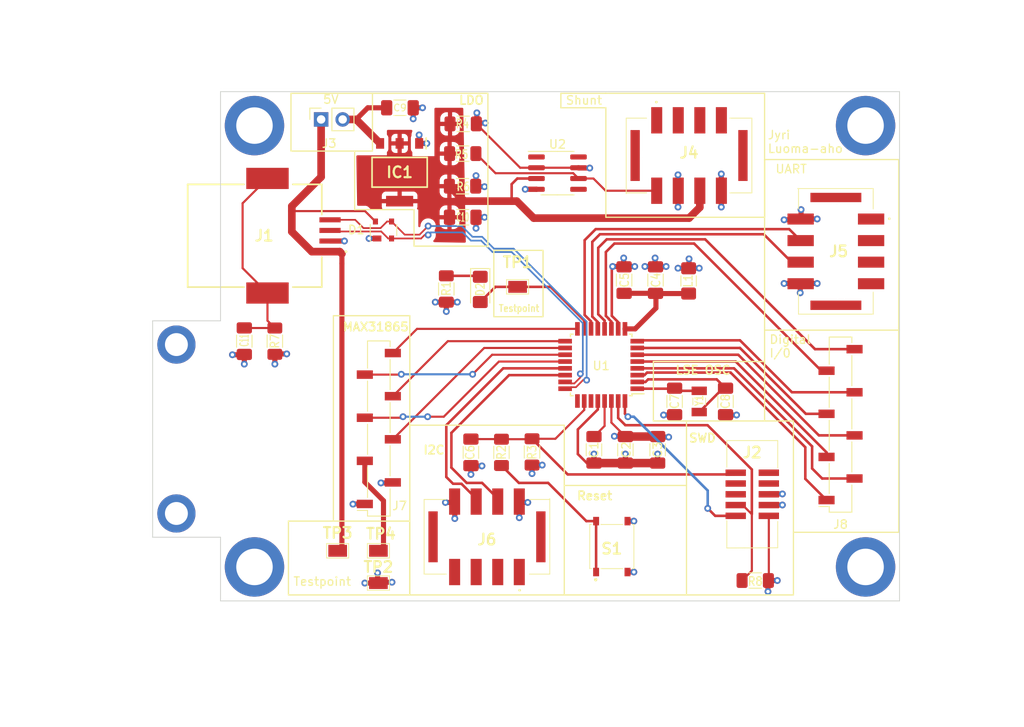
<source format=kicad_pcb>
(kicad_pcb (version 20221018) (generator pcbnew)
  (layers (0 "F.Cu" signal) (1 "In1.Cu" signal) (2 "In2.Cu" signal) (31 "B.Cu" signal) (34 "B.Paste" user) (35 "F.Paste" user) (36 "B.SilkS" user "B.Silkscreen") (37 "F.SilkS" user "F.Silkscreen") (38 "B.Mask" user) (39 "F.Mask" user) (44 "Edge.Cuts" user))
  (net 0 "")
  (net 1 "GND")
  (net 2 "Net-(U1-VDDCORE)")
  (net 3 "+3.3V")
  (net 4 "+3.3VA")
  (net 5 "RESET")
  (net 6 "XIN32")
  (net 7 "XOUT32")
  (net 8 "/LDO/USB_VBUS")
  (net 9 "/LDO/SHUNT+")
  (net 10 "SHIELD")
  (net 11 "USB_D-")
  (net 12 "USB_D+")
  (net 13 "Net-(D2-K)")
  (net 14 "LED")
  (net 15 "VBUS")
  (net 16 "SWDIO")
  (net 17 "SWCLK")
  (net 23 "/LDO/SHUNTOUT")
  (net 31 "UART_RX")
  (net 33 "UART_TX")
  (net 39 "SCL")
  (net 41 "SDA")
  (net 45 "3V3_MAXOUT")
  (net 46 "SCLK")
  (net 47 "SDO")
  (net 48 "SDI")
  (net 49 "nCS")
  (net 50 "DRDY")
  (net 51 "A0D14")
  (net 52 "AREF")
  (net 53 "A3D17")
  (net 54 "A4D18")
  (net 55 "D8")
  (net 56 "D9")
  (net 57 "D4")
  (net 58 "D3")
  (net 59 "Net-(S1-COM_1)")
  (footprint "Package_SO:SOIC-8_3.9x4.9mm_P1.27mm" (layer "F.Cu") (at 139.7 79.6)
    (fp_text reference "U2")
    (fp_text value "MCP6L91RT-ESN" hide)
  )
  (footprint "MountingHole:MountingHole_2.7mm_M2.5_ISO14580_Pad" (layer "F.Cu") (at 94.8 119.7)
    (fp_text reference "H5" hide)
    (fp_text value "M2.6 MountingHole" hide)
  )
  (footprint "Connector_PinSocket_2.54mm:PinSocket_1x08_P2.54mm_Vertical_SMD_Pin1Right" (layer "F.Cu") (at 118.65 109.69 180)
    (fp_text reference "J7")
    (fp_text value "2212SM-08G-75-B1-PCR" hide)
  )
  (footprint "KIRJASTO:S275146R" (layer "F.Cu") (at 118.6 124.1)
    (fp_text reference "TP4")
    (fp_text value "3.3V" hide)
  )
  (footprint "Capacitor_SMD:C_1206_3216Metric_Pad1.33x1.80mm_HandSolder" (layer "F.Cu") (at 102.8 99.4 -90)
    (fp_text reference "C11")
    (fp_text value "4.7nF")
  )
  (footprint "Capacitor_SMD:C_1206_3216Metric_Pad1.33x1.80mm_HandSolder" (layer "F.Cu") (at 159.5 106.5 90)
    (fp_text reference "C8")
    (fp_text value "1uF")
  )
  (footprint "MountingHole:MountingHole_4.3mm_M4_ISO14580_Pad" (layer "F.Cu") (at 104 74)
    (fp_text reference "H1" hide)
    (fp_text value "M4 MountingHole" hide)
  )
  (footprint "KIRJASTO:S275146R" (layer "F.Cu") (at 113.8 124.1 180)
    (fp_text reference "TP3")
    (fp_text value "VBUS" hide)
  )
  (footprint "Capacitor_SMD:C_1206_3216Metric_Pad1.33x1.80mm_HandSolder" (layer "F.Cu") (at 151.25 92.2 -90)
    (fp_text reference "C4")
    (fp_text value "10uF")
  )
  (footprint "Inductor_SMD:L_1206_3216Metric_Pad1.42x1.75mm_HandSolder" (layer "F.Cu") (at 155.15 92.3 -90)
    (fp_text reference "L1")
    (fp_text value "30nH")
  )
  (footprint "KIRJASTO:14010413101000" (layer "F.Cu") (at 131.39 122.45 180)
    (fp_text reference "J6")
    (fp_text value "14010413101000" hide)
  )
  (footprint "MountingHole:MountingHole_2.7mm_M2.5_ISO14580_Pad" (layer "F.Cu") (at 94.8 99.8)
    (fp_text reference "H6" hide)
    (fp_text value "M2.6 MountingHole" hide)
  )
  (footprint "KIRJASTO:S275146R" (layer "F.Cu") (at 118.6 127.9 180)
    (fp_text reference "TP2")
    (fp_text value "GND" hide)
  )
  (footprint "KIRJASTO:14010413101000" (layer "F.Cu") (at 172.5 88.82 -90)
    (fp_text reference "J5")
    (fp_text value "14010413101000" hide)
  )
  (footprint "Package_QFP:TQFP-32_7x7mm_P0.8mm" (layer "F.Cu") (at 144.85 102.2 180)
    (fp_text reference "U1")
    (fp_text value "ATSAMD21E18A-A")
  )
  (footprint "Package_TO_SOT_SMD:SOT-143" (layer "F.Cu") (at 119.2 86.3 90)
    (fp_text reference "D1")
    (fp_text value "PRTR5V0U2X" hide)
  )
  (footprint "KIRJASTO:SOT230P700X180-4N" (layer "F.Cu") (at 121.1 79.5 -90)
    (fp_text reference "IC1")
    (fp_text value "NCV1117ST33T3G" hide)
  )
  (footprint "Connector_PinSocket_2.54mm:PinSocket_1x08_P2.54mm_Vertical_SMD_Pin1Right" (layer "F.Cu") (at 173.05 109.23 180)
    (fp_text reference "J8")
    (fp_text value "2212SM-08G-75-B1-PCR" hide)
  )
  (footprint "Capacitor_SMD:C_1206_3216Metric_Pad1.33x1.80mm_HandSolder" (layer "F.Cu") (at 147.55 92.2 -90)
    (fp_text reference "C5")
    (fp_text value "100nF")
  )
  (footprint "KIRJASTO:PTS526SK15SMTR2LFS" (layer "F.Cu") (at 146.1 123.6 90)
    (fp_text reference "S1")
    (fp_text value "PTS526_SK15_SMTR2_LFS" hide)
  )
  (footprint "KIRJASTO:FC135327680KAA5" (layer "F.Cu") (at 156.4 106.5 -90)
    (fp_text reference "Y1")
    (fp_text value "FC-135_32.7680KA-A5" hide)
  )
  (footprint "KIRJASTO:2002152100010E1LF" (layer "F.Cu") (at 162.65 117.44 90)
    (fp_text reference "J2")
    (fp_text value "2002152100010E1LF" hide)
  )
  (footprint "Capacitor_SMD:C_1206_3216Metric_Pad1.33x1.80mm_HandSolder" (layer "F.Cu") (at 129.5 112.5 -90)
    (fp_text reference "C6")
    (fp_text value "1uF")
  )
  (footprint "KIRJASTO:S275146R" (layer "F.Cu") (at 135 93)
    (fp_text reference "TP1")
    (fp_text value "LED" hide)
  )
  (footprint "KIRJASTO:14010413101000" (layer "F.Cu") (at 155.2 77.525)
    (fp_text reference "J4")
    (fp_text value "14010413101000" hide)
  )
  (footprint "Resistor_SMD:R_1206_3216Metric_Pad1.30x1.75mm_HandSolder" (layer "F.Cu") (at 163 127.6 180)
    (fp_text reference "R8")
    (fp_text value "1k")
  )
  (footprint "Resistor_SMD:R_1206_3216Metric_Pad1.30x1.75mm_HandSolder" (layer "F.Cu") (at 126.6 93.25 90)
    (fp_text reference "R1")
    (fp_text value "820")
  )
  (footprint "Capacitor_SMD:C_1206_3216Metric_Pad1.33x1.80mm_HandSolder" (layer "F.Cu") (at 121.1375 71.9)
    (fp_text reference "C9" hide)
    (fp_text value "10uF")
  )
  (footprint "Capacitor_SMD:C_1206_3216Metric_Pad1.33x1.80mm_HandSolder" (layer "F.Cu") (at 147.7 112.2 90)
    (fp_text reference "C2")
    (fp_text value "10uF")
  )
  (footprint "Resistor_SMD:R_1206_3216Metric_Pad1.30x1.75mm_HandSolder" (layer "F.Cu") (at 106.4 99.4 -90)
    (fp_text reference "R7")
    (fp_text value "1M")
  )
  (footprint "Connector_PinSocket_2.54mm:PinSocket_1x02_P2.54mm_Vertical" (layer "F.Cu") (at 111.85 73.275 90)
    (fp_text reference "J3")
    (fp_text value "SW_UIN" hide)
  )
  (footprint "Resistor_SMD:R_1206_3216Metric_Pad1.30x1.75mm_HandSolder" (layer "F.Cu") (at 136.7 112.45 -90)
    (fp_text reference "R3")
    (fp_text value "2.2k")
  )
  (footprint "KIRJASTO:KUSBXSMTBS1NB30" (layer "F.Cu") (at 104.98 86.975 90)
    (fp_text reference "J1")
    (fp_text value "USB_B" hide)
  )
  (footprint "LED_SMD:LED_1206_3216Metric_Pad1.42x1.75mm_HandSolder" (layer "F.Cu") (at 130.6 93.3 -90)
    (fp_text reference "D2")
    (fp_text value "LED")
  )
  (footprint "MountingHole:MountingHole_4.3mm_M4_ISO14580_Pad" (layer "F.Cu") (at 176 74)
    (fp_text reference "H2" hide)
    (fp_text value "M4 MountingHole" hide)
  )
  (footprint "Resistor_SMD:R_1206_3216Metric_Pad1.30x1.75mm_HandSolder" (layer "F.Cu") (at 128.5125 81.14 180)
    (fp_text reference "R6")
    (fp_text value "1k")
  )
  (footprint "Capacitor_SMD:C_1206_3216Metric_Pad1.33x1.80mm_HandSolder" (layer "F.Cu") (at 144 112.2 90)
    (fp_text reference "C1")
    (fp_text value "1uF")
  )
  (footprint "Capacitor_SMD:C_1206_3216Metric_Pad1.33x1.80mm_HandSolder" (layer "F.Cu") (at 128.5375 84.8)
    (fp_text reference "C10")
    (fp_text value "10uF")
  )
  (footprint "MountingHole:MountingHole_4.3mm_M4_ISO14580_Pad" (layer "F.Cu") (at 104 126)
    (fp_text reference "H3" hide)
    (fp_text value "M4 MountingHole" hide)
  )
  (footprint "Resistor_SMD:R_1206_3216Metric_Pad1.30x1.75mm_HandSolder" (layer "F.Cu") (at 128.5375 77.3)
    (fp_text reference "R5")
    (fp_text value "100k")
  )
  (footprint "Capacitor_SMD:C_1206_3216Metric_Pad1.33x1.80mm_HandSolder" (layer "F.Cu") (at 151.5 112.2 90)
    (fp_text reference "C3")
    (fp_text value "100nF")
  )
  (footprint "Resistor_SMD:R_1206_3216Metric_Pad1.30x1.75mm_HandSolder" (layer "F.Cu") (at 133.1 112.5 -90)
    (fp_text reference "R2")
    (fp_text value "330")
  )
  (footprint "MountingHole:MountingHole_4.3mm_M4_ISO14580_Pad" (layer "F.Cu") (at 176 126)
    (fp_text reference "H4" hide)
    (fp_text value "M4 MountingHole" hide)
  )
  (footprint "Resistor_SMD:R_1206_3216Metric_Pad1.30x1.75mm_HandSolder" (layer "F.Cu") (at 128.5875 73.8)
    (fp_text reference "R4")
    (fp_text value "100m")
  )
  (footprint "Capacitor_SMD:C_1206_3216Metric_Pad1.33x1.80mm_HandSolder" (layer "F.Cu") (at 153.5 106.5 90)
    (fp_text reference "C7")
    (fp_text value "1uF")
  )
  (gr_line (start 122.3 109.3) (end 122.3 96.4) (stroke (width 0.15)) (layer "F.SilkS"))
  (gr_rect (start 108 120.6) (end 122.3 129.3) (stroke (width 0.15)) (fill none) (layer "F.SilkS"))
  (gr_line (start 164.1 70.2) (end 145.35 70.2) (stroke (width 0.15)) (layer "F.SilkS"))
  (gr_rect (start 164.1 78) (end 179.9 98.1) (stroke (width 0.15)) (fill none) (layer "F.SilkS"))
  (gr_line (start 122.8 83.9) (end 115.8 83.9) (stroke (width 0.15)) (layer "F.SilkS"))
  (gr_line (start 145.4 70.2) (end 140.1 70.2) (stroke (width 0.15)) (layer "F.SilkS"))
  (gr_line (start 140.5 116.4) (end 154.9 116.4) (stroke (width 0.15)) (layer "F.SilkS"))
  (gr_rect (start 108.3 70.2) (end 117.9 77) (stroke (width 0.15)) (fill none) (layer "F.SilkS"))
  (gr_line (start 117.9 70.2) (end 131.5 70.2) (stroke (width 0.15)) (layer "F.SilkS"))
  (gr_line (start 131.5 70.2) (end 131.5 88.3) (stroke (width 0.15)) (layer "F.SilkS"))
  (gr_line (start 164.1 70.2) (end 164.1 78) (stroke (width 0.15)) (layer "F.SilkS"))
  (gr_line (start 145.4 71.9) (end 145.4 84.8) (stroke (width 0.15)) (layer "F.SilkS"))
  (gr_rect (start 154.9 108.8) (end 167.5 129.3) (stroke (width 0.15)) (fill none) (layer "F.SilkS"))
  (gr_line (start 131.5 88.2) (end 122.8 88.2) (stroke (width 0.15)) (layer "F.SilkS"))
  (gr_line (start 164.1 98.1) (end 164.1 108.7) (stroke (width 0.15)) (layer "F.SilkS"))
  (gr_line (start 151 108.8) (end 151 101.8) (stroke (width 0.15)) (layer "F.SilkS"))
  (gr_line (start 179.9 121.92) (end 167.5 121.92) (stroke (width 0.15)) (layer "F.SilkS"))
  (gr_line (start 151 101.8) (end 164.1 101.8) (stroke (width 0.15)) (layer "F.SilkS"))
  (gr_line (start 115.8 83.9) (end 115.8 77) (stroke (width 0.15)) (layer "F.SilkS"))
  (gr_rect (start 132.2 88.7) (end 138 96.52) (stroke (width 0.15)) (fill none) (layer "F.SilkS"))
  (gr_line (start 179.9 98.1) (end 179.9 121.92) (stroke (width 0.15)) (layer "F.SilkS"))
  (gr_line (start 140.1 70.2) (end 140.1 71.9) (stroke (width 0.15)) (layer "F.SilkS"))
  (gr_line (start 122.8 88.2) (end 122.8 83.9) (stroke (width 0.15)) (layer "F.SilkS"))
  (gr_line (start 154.9 108.8) (end 151 108.8) (stroke (width 0.15)) (layer "F.SilkS"))
  (gr_line (start 145.4 84.8) (end 164.1 84.8) (stroke (width 0.15)) (layer "F.SilkS"))
  (gr_line (start 154.9 129.3) (end 140.5 129.3) (stroke (width 0.15)) (layer "F.SilkS"))
  (gr_line (start 164.1 84.8) (end 164.1 78) (stroke (width 0.15)) (layer "F.SilkS"))
  (gr_rect (start 122.3 109.3) (end 140.5 129.3) (stroke (width 0.15)) (fill none) (layer "F.SilkS"))
  (gr_line (start 122.3 96.4) (end 113.3 96.4) (stroke (width 0.15)) (layer "F.SilkS"))
  (gr_line (start 113.3 96.4) (end 113.3 120.5) (stroke (width 0.15)) (layer "F.SilkS"))
  (gr_line (start 140.1 71.9) (end 145.4 71.9) (stroke (width 0.15)) (layer "F.SilkS"))
  (gr_line (start 100 70) (end 180 70) (stroke (width 0.1)) (layer "Edge.Cuts"))
  (gr_line (start 100 97) (end 92 97) (stroke (width 0.1)) (layer "Edge.Cuts"))
  (gr_line (start 92 122.5) (end 100 122.5) (stroke (width 0.1)) (layer "Edge.Cuts"))
  (gr_line (start 180 130) (end 100 130) (stroke (width 0.1)) (layer "Edge.Cuts"))
  (gr_line (start 180 70) (end 180 130) (stroke (width 0.1)) (layer "Edge.Cuts"))
  (gr_line (start 92 97) (end 92 122.5) (stroke (width 0.1)) (layer "Edge.Cuts"))
  (gr_line (start 100 70) (end 100 97) (stroke (width 0.1)) (layer "Edge.Cuts"))
  (gr_line (start 100 122.5) (end 100 130) (stroke (width 0.1)) (layer "Edge.Cuts"))
  (gr_text "LSE OSC" (at 153.5 103.4) (layer "F.SilkS") (effects (font (size 1 1) (thickness 0.2) bold) (justify left bottom)))
  (gr_text "Testpoint" (at 132.7 96) (layer "F.SilkS") (effects (font (size 0.8 0.7)) (justify left bottom)))
  (gr_text "Testpoint" (at 108.5 128.3) (layer "F.SilkS") (effects (font (size 1 1)) (justify left bottom)))
  (gr_text "Reset" (at 141.9 118.2) (layer "F.SilkS") (effects (font (size 1 1) (thickness 0.2) bold) (justify left bottom)))
  (gr_text "Jyri\nLuoma-aho" (at 164.4 77.3) (layer "F.SilkS") (effects (font (size 1 1)) (justify left bottom)))
  (gr_text "I2C" (at 123.8 112.8) (layer "F.SilkS") (effects (font (size 1 1) (thickness 0.2) bold) (justify left bottom)))
  (gr_text "UART" (at 165.3 79.7) (layer "F.SilkS") (effects (font (size 1 1)) (justify left bottom)))
  (gr_text "SWD" (at 155.1 111.4) (layer "F.SilkS") (effects (font (size 1 1) (thickness 0.2) bold) (justify left bottom)))
  (gr_text "MAX31865" (at 114.3 98.3) (layer "F.SilkS") (effects (font (size 1 1) (thickness 0.2) bold) (justify left bottom)))
  (gr_text "LDO" (at 128 71.6) (layer "F.SilkS") (effects (font (size 1 1) (thickness 0.2) bold) (justify left bottom)))
  (gr_text "Digital\nI/0" (at 164.6 101.4) (layer "F.SilkS") (effects (font (size 1 1)) (justify left bottom)))
  (gr_text "5V" (at 112 71.5) (layer "F.SilkS") (effects (font (size 1 1)) (justify left bottom)))
  (gr_text "Shunt" (at 140.6 71.6) (layer "F.SilkS") (effects (font (size 1 1)) (justify left bottom)))
  (segment (start 152.2 108.1) (end 153.4625 108.1) (width 0.6) (layer "F.Cu") (net 1))
  (segment (start 148.7 126.6) (end 147.95 126.6) (width 0.6) (layer "F.Cu") (net 1))
  (segment (start 131.1 81.2) (end 130.1225 81.2) (width 0.6) (layer "F.Cu") (net 1))
  (segment (start 127.48 118.4) (end 127.58 118.3) (width 0.6) (layer "F.Cu") (net 1))
  (segment (start 124.3 76.1) (end 123.4 76.1) (width 0.6) (layer "F.Cu") (net 1))
  (segment (start 164.61 118.7) (end 164.6 118.71) (width 0.6) (layer "F.Cu") (net 1))
  (segment (start 148.7 120.6) (end 147.95 120.6) (width 0.6) (layer "F.Cu") (net 1))
  (segment (start 166.2 117.4) (end 164.64 117.4) (width 0.6) (layer "F.Cu") (net 1))
  (segment (start 147.5875 90.6) (end 147.55 90.6375) (width 0.6) (layer "F.Cu") (net 1))
  (segment (start 142.1 109.8) (end 142.1 112.7) (width 0.3) (layer "F.Cu") (net 1))
  (segment (start 151.2 90.5875) (end 151.25 90.6375) (width 0.6) (layer "F.Cu") (net 1))
  (segment (start 151.2 89.6) (end 151.2 90.5875) (width 0.6) (layer "F.Cu") (net 1))
  (segment (start 160.8 108.1) (end 159.5375 108.1) (width 0.6) (layer "F.Cu") (net 1))
  (segment (start 144 113.7625) (end 147.7 113.7625) (width 1) (layer "F.Cu") (net 1))
  (segment (start 159 81.665) (end 159.01 81.675) (width 0.6) (layer "F.Cu") (net 1))
  (segment (start 114.6 87.6) (end 112.9 87.6) (width 0.6) (layer "F.Cu") (net 1))
  (segment (start 106.4 102.1) (end 106.4 100.95) (width 0.6) (layer "F.Cu") (net 1))
  (segment (start 146.2 90.6) (end 147.5125 90.6) (width 0.6) (layer "F.Cu") (net 1))
  (segment (start 102.8 100.9625) (end 102.8 102.1) (width 0.6) (layer "F.Cu") (net 1))
  (segment (start 159 83.6) (end 159 81.685) (width 0.6) (layer "F.Cu") (net 1))
  (segment (start 102.7625 101) (end 102.8 100.9625) (width 0.6) (layer "F.Cu") (net 1))
  (segment (start 118.7 127.8) (end 118.6 127.9) (width 0.6) (layer "F.Cu") (net 1))
  (segment (start 131.1 84.8) (end 130.1 84.8) (width 0.6) (layer "F.Cu") (net 1))
  (segment (start 130.1 86.1) (end 130.1 84.8) (width 0.6) (layer "F.Cu") (net 1))
  (segment (start 151.5 113.7625) (end 147.7 113.7625) (width 1) (layer "F.Cu") (net 1))
  (segment (start 130.1225 81.2) (end 130.0625 81.14) (width 0.6) (layer "F.Cu") (net 1))
  (segment (start 151.2125 90.6) (end 151.25 90.6375) (width 0.6) (layer "F.Cu") (net 1))
  (segment (start 151.5 112.7) (end 151.5 113.7625) (width 0.6) (layer "F.Cu") (net 1))
  (segment (start 127.6 120.3) (end 127.6 118.32) (width 0.6) (layer "F.Cu") (net 1))
  (segment (start 164.64 117.4) (end 164.6 117.44) (width 0.6) (layer "F.Cu") (net 1))
  (segment (start 118.9 116.1) (end 120.24 116.1) (width 0.6) (layer "F.Cu") (net 1))
  (segment (start 130.1 81.1025) (end 130.0625 81.14) (width 0.6) (layer "F.Cu") (net 1))
  (segment (start 148.8 90.6) (end 147.5875 90.6) (width 0.6) (layer "F.Cu") (net 1))
  (segment (start 147.5125 90.6) (end 147.55 90.6375) (width 0.6) (layer "F.Cu") (net 1))
  (segment (start 143.1625 113.7625) (end 144 113.7625) (width 0.3) (layer "F.Cu") (net 1))
  (segment (start 168.3 93.7) (end 168.3 92.68) (width 0.6) (layer "F.Cu") (net 1))
  (segment (start 159 79.7) (end 159 81.665) (width 0.6) (layer "F.Cu") (net 1))
  (segment (start 147.5 90.5875) (end 147.55 90.6375) (width 0.6) (layer "F.Cu") (net 1))
  (segment (start 142.1 112.7) (end 143.1625 113.7625) (width 0.3) (layer "F.Cu") (net 1))
  (segment (start 101.4 101) (end 102.7625 101) (width 0.6) (layer "F.Cu") (net 1))
  (segment (start 146.1 96.410787) (end 146.1 90.7) (width 0.3) (layer "F.Cu") (net 1))
  (segment (start 146.85 97.160787) (end 146.1 96.410787) (width 0.3) (layer "F.Cu") (net 1))
  (segment (start 146.1 90.7) (end 146.2 90.6) (width 0.3) (layer "F.Cu") (net 1))
  (segment (start 118.5 127.8) (end 118.6 127.9) (width 0.6) (layer "F.Cu") (net 1))
  (segment (start 120.2 127.8) (end 118.7 127.8) (width 0.6) (layer "F.Cu") (net 1))
  (segment (start 168.3 92.68) (end 168.35 92.63) (width 0.6) (layer "F.Cu") (net 1))
  (segment (start 166.4 92.6) (end 168.32 92.6) (width 0.6) (layer "F.Cu") (net 1))
  (segment (start 125.3 94.8) (end 126.6 94.8) (width 0.6) (layer "F.Cu") (net 1))
  (segment (start 123.4 75.1) (end 123.4 76.1) (width 0.6) (layer "F.Cu") (net 1))
  (segment (start 123.8 71.9) (end 122.7 71.9) (width 0.6) (layer "F.Cu") (net 1))
  (segment (start 107.8 100.9) (end 106.45 100.9) (width 0.6) (layer "F.Cu") (net 1))
  (segment (start 153.4625 108.1) (end 153.5 108.0625) (width 0.6) (layer "F.Cu") (net 1))
  (segment (start 151.25 90.6375) (end 152.4625 90.6375) (width 0.6) (layer "F.Cu") (net 1))
  (segment (start 168.32 92.6) (end 168.35 92.63) (width 0.6) (layer "F.Cu") (net 1))
  (segment (start 127.6 118.32) (end 127.58 118.3) (width 0.6) (layer "F.Cu") (net 1))
  (segment (start 159.5375 108.1) (end 159.5 108.0625) (width 0.6) (layer "F.Cu") (net 1))
  (segment (start 137.22 81.5) (end 137.225 81.505) (width 0.6) (layer "F.Cu") (net 1))
  (segment (start 166.2 118.7) (end 164.61 118.7) (width 0.6) (layer "F.Cu") (net 1))
  (segment (start 146.85 97.95) (end 146.85 97.160787) (width 0.3) (layer "F.Cu") (net 1))
  (segment (start 147.7 112.7) (end 147.7 113.7625) (width 0.6) (layer "F.Cu") (net 1))
  (segment (start 117 127.9) (end 118.6 127.9) (width 0.6) (layer "F.Cu") (net 1))
  (segment (start 147.5 89.6) (end 147.5 90.5875) (width 0.6) (layer "F.Cu") (net 1))
  (segment (start 159 81.685) (end 159.01 81.675) (width 0.6) (layer "F.Cu") (net 1))
  (segment (start 120.24 116.1) (end 120.3 116.04) (width 0.6) (layer "F.Cu") (net 1))
  (segment (start 152.4625 90.6375) (end 152.5 90.6) (width 0.6) (layer "F.Cu") (net 1))
  (segment (start 126.5 118.4) (end 127.48 118.4) (width 0.6) (layer "F.Cu") (net 1))
  (segment (start 170.3 92.6) (end 168.38 92.6) (width 0.6) (layer "F.Cu") (net 1))
  (segment (start 126.6 95.9) (end 126.6 94.8) (width 0.6) (layer "F.Cu") (net 1))
  (segment (start 130.1 79.9) (end 130.1 81.1025) (width 0.6) (layer "F.Cu") (net 1))
  (segment (start 150 90.6) (end 151.2125 90.6) (width 0.6) (layer "F.Cu") (net 1))
  (segment (start 122.7 73.2) (end 122.7 71.9) (width 0.6) (layer "F.Cu") (net 1))
  (segment (start 106.45 100.9) (end 106.4 100.95) (width 0.6) (layer "F.Cu") (net 1))
  (segment (start 144 112.7) (end 144 113.7625) (width 0.6) (layer "F.Cu") (net 1))
  (segment (start 118.5 126.7) (end 118.5 127.8) (width 0.6) (layer "F.Cu") (net 1))
  (segment (start 127.9 94.8) (end 126.6 94.8) (width 0.6) (layer "F.Cu") (net 1))
  (segment (start 117.5 87.3) (end 118.45 87.3) (width 0.6) (layer "F.Cu") (net 1))
  (segment (start 144.45 106.45) (end 144.45 107.45) (width 0.3) (layer "F.Cu") (net 1))
  (segment (start 144.45 107.45) (end 142.1 109.8) (width 0.3) (layer "F.Cu") (net 1))
  (segment (start 135.9 81.5) (end 137.22 81.5) (width 0.6) (layer "F.Cu") (net 1))
  (segment (start 168.38 92.6) (end 168.35 92.63) (width 0.6) (layer "F.Cu") (net 1))
  (via (at 102.8 102.1) (size 0.8) (drill 0.4) (layers "F.Cu" "B.Cu") (net 1))
  (via (at 166.2 117.4) (size 0.8) (drill 0.4) (layers "F.Cu" "B.Cu") (net 1))
  (via (at 147.7 112.7) (size 0.8) (drill 0.4) (layers "F.Cu" "B.Cu") (net 1))
  (via (at 106.4 102.1) (size 0.8) (drill 0.4) (layers "F.Cu" "B.Cu") (net 1))
  (via (at 152.5 90.6) (size 0.8) (drill 0.4) (layers "F.Cu" "B.Cu") (net 1))
  (via (at 126.5 118.4) (size 0.8) (drill 0.4) (layers "F.Cu" "B.Cu") (net 1))
  (via (at 117.5 87.3) (size 0.8) (drill 0.4) (layers "F.Cu" "B.Cu") (net 1))
  (via (at 148.8 90.6) (size 0.8) (drill 0.4) (layers "F.Cu" "B.Cu") (net 1))
  (via (at 147.5 89.6) (size 0.8) (drill 0.4) (layers "F.Cu" "B.Cu") (net 1))
  (via (at 127.9 94.8) (size 0.8) (drill 0.4) (layers "F.Cu" "B.Cu") (net 1))
  (via (at 148.7 120.6) (size 0.8) (drill 0.4) (layers "F.Cu" "B.Cu") (net 1))
  (via (at 126.6 95.9) (size 0.8) (drill 0.4) (layers "F.Cu" "B.Cu") (net 1))
  (via (at 151.2 89.6) (size 0.8) (drill 0.4) (layers "F.Cu" "B.Cu") (net 1))
  (via (at 101.4 101) (size 0.8) (drill 0.4) (layers "F.Cu" "B.Cu") (net 1))
  (via (at 135.9 81.5) (size 0.8) (drill 0.4) (layers "F.Cu" "B.Cu") (net 1))
  (via (at 151.5 112.7) (size 0.8) (drill 0.4) (layers "F.Cu" "B.Cu") (net 1))
  (via (at 118.5 126.7) (size 0.8) (drill 0.4) (layers "F.Cu" "B.Cu") (net 1))
  (via (at 144 112.7) (size 0.8) (drill 0.4) (layers "F.Cu" "B.Cu") (net 1))
  (via (at 131.1 81.2) (size 0.8) (drill 0.4) (layers "F.Cu" "B.Cu") (net 1))
  (via (at 107.8 100.9) (size 0.8) (drill 0.4) (layers "F.Cu" "B.Cu") (net 1))
  (via (at 159 79.7) (size 0.8) (drill 0.4) (layers "F.Cu" "B.Cu") (net 1))
  (via (at 118.9 116.1) (size 0.8) (drill 0.4) (layers "F.Cu" "B.Cu") (net 1))
  (via (at 130.1 86.1) (size 0.8) (drill 0.4) (layers "F.Cu" "B.Cu") (net 1))
  (via (at 127.6 120.3) (size 0.8) (drill 0.4) (layers "F.Cu" "B.Cu") (net 1))
  (via (at 120.2 127.8) (size 0.8) (drill 0.4) (layers "F.Cu" "B.Cu") (net 1))
  (via (at 148.7 126.6) (size 0.8) (drill 0.4) (layers "F.Cu" "B.Cu") (net 1))
  (via (at 124.3 76.1) (size 0.8) (drill 0.4) (layers "F.Cu" "B.Cu") (net 1))
  (via (at 125.3 94.8) (size 0.8) (drill 0.4) (layers "F.Cu" "B.Cu") (net 1))
  (via (at 159 83.6) (size 0.8) (drill 0.4) (layers "F.Cu" "B.Cu") (net 1))
  (via (at 130.1 79.9) (size 0.8) (drill 0.4) (layers "F.Cu" "B.Cu") (net 1))
  (via (at 117 127.9) (size 0.8) (drill 0.4) (layers "F.Cu" "B.Cu") (net 1))
  (via (at 114.6 87.6) (size 0.8) (drill 0.4) (layers "F.Cu" "B.Cu") (net 1))
  (via (at 150 90.6) (size 0.8) (drill 0.4) (layers "F.Cu" "B.Cu") (net 1))
  (via (at 146.2 90.6) (size 0.8) (drill 0.4) (layers "F.Cu" "B.Cu") (net 1))
  (via (at 123.8 71.9) (size 0.8) (drill 0.4) (layers "F.Cu" "B.Cu") (net 1))
  (via (at 160.8 108.1) (size 0.8) (drill 0.4) (layers "F.Cu" "B.Cu") (net 1))
  (via (at 122.7 73.2) (size 0.8) (drill 0.4) (layers "F.Cu" "B.Cu") (net 1))
  (via (at 152.2 108.1) (size 0.8) (drill 0.4) (layers "F.Cu" "B.Cu") (net 1))
  (via (at 123.4 75.1) (size 0.8) (drill 0.4) (layers "F.Cu" "B.Cu") (net 1))
  (via (at 131.1 84.8) (size 0.8) (drill 0.4) (layers "F.Cu" "B.Cu") (net 1))
  (via (at 170.3 92.6) (size 0.8) (drill 0.4) (layers "F.Cu" "B.Cu") (net 1))
  (via (at 166.2 118.7) (size 0.8) (drill 0.4) (layers "F.Cu" "B.Cu") (net 1))
  (via (at 168.3 93.7) (size 0.8) (drill 0.4) (layers "F.Cu" "B.Cu") (net 1))
  (via (at 166.4 92.6) (size 0.8) (drill 0.4) (layers "F.Cu" "B.Cu") (net 1))
  (segment (start 145.25 106.45) (end 145.25 109.3875) (width 0.25) (layer "F.Cu") (net 2))
  (segment (start 145.25 109.3875) (end 144 110.6375) (width 0.25) (layer "F.Cu") (net 2))
  (segment (start 164.55 127.6) (end 164.6 127.55) (width 0.25) (layer "F.Cu") (net 3))
  (segment (start 143.5 79) (end 142.21 79) (width 0.6) (layer "F.Cu") (net 3))
  (segment (start 152.8 110.7) (end 151.5625 110.7) (width 0.6) (layer "F.Cu") (net 3))
  (segment (start 130.2 73.7375) (end 130.1375 73.8) (width 0.6) (layer "F.Cu") (net 3))
  (segment (start 166.4 85.1) (end 168.26 85.1) (width 0.6) (layer "F.Cu") (net 3))
  (segment (start 164.5 128.9) (end 164.5 127.65) (width 0.6) (layer "F.Cu") (net 3))
  (segment (start 136.7 115) (end 136.7 114) (width 0.6) (layer "F.Cu") (net 3))
  (segment (start 170.3 85) (end 168.36 85) (width 0.6) (layer "F.Cu") (net 3))
  (segment (start 129.5375 114.1) (end 129.5 114.0625) (width 0.6) (layer "F.Cu") (net 3))
  (segment (start 168.26 85.1) (end 168.35 85.01) (width 0.6) (layer "F.Cu") (net 3))
  (segment (start 151.5625 110.7) (end 151.5 110.6375) (width 0.6) (layer "F.Cu") (net 3))
  (segment (start 131.2 73.7) (end 130.2375 73.7) (width 0.6) (layer "F.Cu") (net 3))
  (segment (start 129.5 114.0625) (end 129.5 115.1) (width 0.6) (layer "F.Cu") (net 3))
  (segment (start 146.4 110.6) (end 147.6625 110.6) (width 0.6) (layer "F.Cu") (net 3))
  (segment (start 156.4 90.8) (end 155.1625 90.8) (width 0.6) (layer "F.Cu") (net 3))
  (segment (start 135.2 120.2) (end 135.2 118.3) (width 0.6) (layer "F.Cu") (net 3))
  (segment (start 165.6 127.6) (end 164.55 127.6) (width 0.6) (layer "F.Cu") (net 3))
  (segment (start 168.4 83.9) (end 168.4 84.96) (width 0.6) (layer "F.Cu") (net 3))
  (segment (start 153.9 81.705) (end 153.93 81.675) (width 0.6) (layer "F.Cu") (net 3))
  (segment (start 168.4 84.96) (end 168.35 85.01) (width 0.6) (layer "F.Cu") (net 3))
  (segment (start 137.225 78.965) (end 142.175 78.965) (width 0.25) (layer "F.Cu") (net 3))
  (segment (start 155.1625 90.8) (end 155.15 90.8125) (width 0.6) (layer "F.Cu") (net 3))
  (segment (start 147.7 110.6375) (end 146.05 108.9875) (width 0.25) (layer "F.Cu") (net 3))
  (segment (start 146.05 108.9875) (end 146.05 106.45) (width 0.25) (layer "F.Cu") (net 3))
  (segment (start 153.9 90.8) (end 155.1375 90.8) (width 0.6) (layer "F.Cu") (net 3))
  (segment (start 135.3025 78.965) (end 137.225 78.965) (width 0.25) (layer "F.Cu") (net 3))
  (segment (start 130.1375 73.8) (end 135.3025 78.965) (width 0.25) (layer "F.Cu") (net 3))
  (segment (start 130.2 72.5) (end 130.2 73.7375) (width 0.6) (layer "F.Cu") (net 3))
  (segment (start 130.2375 73.7) (end 130.1375 73.8) (width 0.6) (layer "F.Cu") (net 3))
  (segment (start 130.8 114.1) (end 129.5375 114.1) (width 0.6) (layer "F.Cu") (net 3))
  (segment (start 147.6625 110.6) (end 147.7 110.6375) (width 0.6) (layer "F.Cu") (net 3))
  (segment (start 155.2 89.7) (end 155.2 90.7625) (width 0.6) (layer "F.Cu") (net 3))
  (segment (start 135.3 118.4) (end 135.2 118.3) (width 0.6) (layer "F.Cu") (net 3))
  (segment (start 155.1375 90.8) (end 155.15 90.8125) (width 0.6) (layer "F.Cu") (net 3))
  (segment (start 155.2 90.7625) (end 155.15 90.8125) (width 0.6) (layer "F.Cu") (net 3))
  (segment (start 168.36 85) (end 168.35 85.01) (width 0.6) (layer "F.Cu") (net 3))
  (segment (start 153.9 83.6) (end 153.9 81.705) (width 0.6) (layer "F.Cu") (net 3))
  (segment (start 164.5 127.65) (end 164.55 127.6) (width 0.6) (layer "F.Cu") (net 3))
  (segment (start 151.5 110.6375) (end 147.7 110.6375) (width 1) (layer "F.Cu") (net 3))
  (segment (start 115.62 118.58) (end 115.6 118.6) (width 0.6) (layer "F.Cu") (net 3))
  (segment (start 117 118.58) (end 115.62 118.58) (width 0.6) (layer "F.Cu") (net 3))
  (segment (start 142.21 79) (end 142.175 78.965) (width 0.6) (layer "F.Cu") (net 3))
  (segment (start 164.6 127.55) (end 164.6 119.98) (width 0.25) (layer "F.Cu") (net 3))
  (segment (start 136.7 114) (end 137.9 114) (width 0.6) (layer "F.Cu") (net 3))
  (segment (start 136.2 118.4) (end 135.3 118.4) (width 0.6) (layer "F.Cu") (net 3))
  (via (at 143.5 79) (size 0.8) (drill 0.4) (layers "F.Cu" "B.Cu") (net 3))
  (via (at 131.2 73.7) (size 0.8) (drill 0.4) (layers "F.Cu" "B.Cu") (net 3))
  (via (at 136.2 118.4) (size 0.8) (drill 0.4) (layers "F.Cu" "B.Cu") (net 3))
  (via (at 152.8 110.7) (size 0.8) (drill 0.4) (layers "F.Cu" "B.Cu") (net 3))
  (via (at 146.4 110.6) (size 0.8) (drill 0.4) (layers "F.Cu" "B.Cu") (net 3))
  (via (at 129.5 115.1) (size 0.8) (drill 0.4) (layers "F.Cu" "B.Cu") (net 3))
  (via (at 130.8 114.1) (size 0.8) (drill 0.4) (layers "F.Cu" "B.Cu") (net 3))
  (via (at 155.2 89.7) (size 0.8) (drill 0.4) (layers "F.Cu" "B.Cu") (net 3))
  (via (at 153.9 90.8) (size 0.8) (drill 0.4) (layers "F.Cu" "B.Cu") (net 3))
  (via (at 166.4 85.1) (size 0.8) (drill 0.4) (layers "F.Cu" "B.Cu") (net 3))
  (via (at 168.4 83.9) (size 0.8) (drill 0.4) (layers "F.Cu" "B.Cu") (net 3))
  (via (at 164.5 128.9) (size 0.8) (drill 0.4) (layers "F.Cu" "B.Cu") (net 3))
  (via (at 130.2 72.5) (size 0.8) (drill 0.4) (layers "F.Cu" "B.Cu") (net 3))
  (via (at 137.9 114) (size 0.8) (drill 0.4) (layers "F.Cu" "B.Cu") (net 3))
  (via (at 156.4 90.8) (size 0.8) (drill 0.4) (layers "F.Cu" "B.Cu") (net 3))
  (via (at 153.9 83.6) (size 0.8) (drill 0.4) (layers "F.Cu" "B.Cu") (net 3))
  (via (at 165.6 127.6) (size 0.8) (drill 0.4) (layers "F.Cu" "B.Cu") (net 3))
  (via (at 115.6 118.6) (size 0.8) (drill 0.4) (layers "F.Cu" "B.Cu") (net 3))
  (via (at 170.3 85) (size 0.8) (drill 0.4) (layers "F.Cu" "B.Cu") (net 3))
  (via (at 136.7 115) (size 0.8) (drill 0.4) (layers "F.Cu" "B.Cu") (net 3))
  (via (at 153.9 79.8) (size 0.8) (drill 0.4) (layers "F.Cu" "B.Cu") (net 3))
  (via (at 135.2 120.2) (size 0.8) (drill 0.4) (layers "F.Cu" "B.Cu") (net 3))
  (segment (start 151.25 93.7625) (end 147.55 93.7625) (width 0.6) (layer "F.Cu") (net 4))
  (segment (start 151.3 95.5) (end 151.3 93.8125) (width 0.6) (layer "F.Cu") (net 4))
  (segment (start 151.275 93.7875) (end 151.25 93.7625) (width 0.6) (layer "F.Cu") (net 4))
  (segment (start 155.15 93.7875) (end 151.275 93.7875) (width 0.6) (layer "F.Cu") (net 4))
  (segment (start 147.65 97.95) (end 148.85 97.95) (width 0.6) (layer "F.Cu") (net 4))
  (segment (start 148.85 97.95) (end 151.3 95.5) (width 0.6) (layer "F.Cu") (net 4))
  (segment (start 151.3 93.8125) (end 151.25 93.7625) (width 0.6) (layer "F.Cu") (net 4))
  (segment (start 160.5 115.1) (end 140.9 115.1) (width 0.3) (layer "F.Cu") (net 5))
  (segment (start 142.85 106.45) (end 142.85 107.5) (width 0.25) (layer "F.Cu") (net 5))
  (segment (start 160.7 114.9) (end 160.5 115.1) (width 0.3) (layer "F.Cu") (net 5))
  (segment (start 142.85 107.5) (end 139.45 110.9) (width 0.25) (layer "F.Cu") (net 5))
  (segment (start 129.5 110.9375) (end 133.0875 110.9375) (width 0.25) (layer "F.Cu") (net 5))
  (segment (start 140.9 115.1) (end 136.7 110.9) (width 0.3) (layer "F.Cu") (net 5))
  (segment (start 133.0875 110.9375) (end 133.1 110.95) (width 0.25) (layer "F.Cu") (net 5))
  (segment (start 136.65 110.95) (end 133.1 110.95) (width 0.25) (layer "F.Cu") (net 5))
  (segment (start 136.7 110.9) (end 136.65 110.95) (width 0.25) (layer "F.Cu") (net 5))
  (segment (start 139.45 110.9) (end 136.7 110.9) (width 0.25) (layer "F.Cu") (net 5))
  (segment (start 153.5 104.9375) (end 153.8125 105.25) (width 0.3) (layer "F.Cu") (net 6))
  (segment (start 149.1 105) (end 153.4375 105) (width 0.3) (layer "F.Cu") (net 6))
  (segment (start 153.8125 105.25) (end 156.4 105.25) (width 0.3) (layer "F.Cu") (net 6))
  (segment (start 153.4375 105) (end 153.5 104.9375) (width 0.3) (layer "F.Cu") (net 6))
  (segment (start 159.5 104.9375) (end 159.2125 104.9375) (width 0.3) (layer "F.Cu") (net 7))
  (segment (start 159.2125 104.9375) (end 156.4 107.75) (width 0.3) (layer "F.Cu") (net 7))
  (segment (start 159.5 104.9375) (end 158.4625 103.9) (width 0.3) (layer "F.Cu") (net 7))
  (segment (start 150.375 103.9) (end 150.075 104.2) (width 0.3) (layer "F.Cu") (net 7))
  (segment (start 150.075 104.2) (end 149.1 104.2) (width 0.3) (layer "F.Cu") (net 7))
  (segment (start 158.4625 103.9) (end 150.375 103.9) (width 0.3) (layer "F.Cu") (net 7))
  (segment (start 119.575 71.9) (end 117.35 71.9) (width 0.6) (layer "F.Cu") (net 8))
  (segment (start 117.35 71.9) (end 115.975 73.275) (width 0.6) (layer "F.Cu") (net 8))
  (segment (start 114.39 73.275) (end 115.975 73.275) (width 0.9) (layer "F.Cu") (net 8))
  (segment (start 115.975 73.275) (end 118.8 76.1) (width 0.9) (layer "F.Cu") (net 8))
  (segment (start 156.47 83.63) (end 156.47 81.675) (width 0.9) (layer "F.Cu") (net 9))
  (segment (start 128.7225 82.9) (end 134.3 82.9) (width 0.9) (layer "F.Cu") (net 9))
  (segment (start 126.9625 81.14) (end 128.7225 82.9) (width 0.9) (layer "F.Cu") (net 9))
  (segment (start 155.2 84.9) (end 156.47 83.63) (width 0.9) (layer "F.Cu") (net 9))
  (segment (start 126.9875 81.115) (end 126.9625 81.14) (width 0.9) (layer "F.Cu") (net 9))
  (segment (start 134.9 82.9) (end 136.9 84.9) (width 0.9) (layer "F.Cu") (net 9))
  (segment (start 127.0375 77.25) (end 126.9875 77.3) (width 0.9) (layer "F.Cu") (net 9))
  (segment (start 134.3 80.9) (end 134.3 82.9) (width 0.3) (layer "F.Cu") (net 9))
  (segment (start 134.3 82.9) (end 134.9 82.9) (width 0.9) (layer "F.Cu") (net 9))
  (segment (start 134.965 80.235) (end 134.3 80.9) (width 0.3) (layer "F.Cu") (net 9))
  (segment (start 136.9 84.9) (end 155.2 84.9) (width 0.9) (layer "F.Cu") (net 9))
  (segment (start 137.225 80.235) (end 134.965 80.235) (width 0.3) (layer "F.Cu") (net 9))
  (segment (start 102.6 83.155) (end 105.53 80.225) (width 0.25) (layer "F.Cu") (net 10))
  (segment (start 105.53 96.98) (end 105.53 93.725) (width 0.25) (layer "F.Cu") (net 10))
  (segment (start 102.6 90.795) (end 102.6 83.155) (width 0.25) (layer "F.Cu") (net 10))
  (segment (start 106.4 97.85) (end 105.53 96.98) (width 0.25) (layer "F.Cu") (net 10))
  (segment (start 106.4 97.85) (end 102.8125 97.85) (width 0.25) (layer "F.Cu") (net 10))
  (segment (start 102.8125 97.85) (end 102.8 97.8375) (width 0.25) (layer "F.Cu") (net 10))
  (segment (start 105.53 93.725) (end 102.6 90.795) (width 0.25) (layer "F.Cu") (net 10))
  (segment (start 141.3 104.375) (end 141.6868 104.375) (width 0.2) (layer "F.Cu") (net 11))
  (segment (start 113.025 86.475) (end 112.9 86.35) (width 0.2) (layer "F.Cu") (net 11))
  (segment (start 142.391513 103.670288) (end 142.391513 103.246023) (width 0.2) (layer "F.Cu") (net 11))
  (segment (start 124.046397 86.885) (end 123.631397 87.3) (width 0.2) (layer "F.Cu") (net 11))
  (segment (start 119.754999 87.3) (end 118.929999 86.475) (width 0.2) (layer "F.Cu") (net 11))
  (segment (start 141.6868 104.375) (end 142.391513 103.670288) (width 0.2) (layer "F.Cu") (net 11))
  (segment (start 140.6 104.2) (end 141.125 104.2) (width 0.2) (layer "F.Cu") (net 11))
  (segment (start 123.631397 87.3) (end 120.15 87.3) (width 0.2) (layer "F.Cu") (net 11))
  (segment (start 120.15 87.3) (end 119.754999 87.3) (width 0.2) (layer "F.Cu") (net 11))
  (segment (start 141.125 104.2) (end 141.3 104.375) (width 0.2) (layer "F.Cu") (net 11))
  (segment (start 118.929999 86.475) (end 113.025 86.475) (width 0.2) (layer "F.Cu") (net 11))
  (segment (start 124.46 86.885) (end 124.046397 86.885) (width 0.2) (layer "F.Cu") (net 11))
  (via (at 142.391513 103.246023) (size 0.8) (drill 0.4) (layers "F.Cu" "B.Cu") (net 11))
  (via (at 124.46 86.885) (size 0.8) (drill 0.4) (layers "F.Cu" "B.Cu") (net 11))
  (segment (start 142.391513 103.246023) (end 142.683976 102.95356) (width 0.2) (layer "B.Cu") (net 11))
  (segment (start 128.534417 86.585001) (end 124.759999 86.585001) (width 0.2) (layer "B.Cu") (net 11))
  (segment (start 142.683976 102.95356) (end 142.683976 97.282176) (width 0.2) (layer "B.Cu") (net 11))
  (segment (start 142.683976 97.282176) (end 134.3018 88.9) (width 0.2) (layer "B.Cu") (net 11))
  (segment (start 124.759999 86.585001) (end 124.46 86.885) (width 0.2) (layer "B.Cu") (net 11))
  (segment (start 130.700602 87.549981) (end 129.499397 87.549981) (width 0.2) (layer "B.Cu") (net 11))
  (segment (start 129.499397 87.549981) (end 128.534417 86.585001) (width 0.2) (layer "B.Cu") (net 11))
  (segment (start 134.3018 88.9) (end 132.050621 88.9) (width 0.2) (layer "B.Cu") (net 11))
  (segment (start 132.050621 88.9) (end 130.700602 87.549981) (width 0.2) (layer "B.Cu") (net 11))
  (segment (start 123.445001 86.849999) (end 121.699999 86.849999) (width 0.2) (layer "F.Cu") (net 12))
  (segment (start 120.15 85.3) (end 119.624999 85.3) (width 0.2) (layer "F.Cu") (net 12))
  (segment (start 124.46 85.835) (end 123.445001 86.849999) (width 0.2) (layer "F.Cu") (net 12))
  (segment (start 142.709712 103.988487) (end 143.133977 103.988487) (width 0.2) (layer "F.Cu") (net 12))
  (segment (start 116.84 86.075) (end 115.865 85.1) (width 0.2) (layer "F.Cu") (net 12))
  (segment (start 141.125 105) (end 141.3 104.825) (width 0.2) (layer "F.Cu") (net 12))
  (segment (start 140.6 105) (end 141.125 105) (width 0.2) (layer "F.Cu") (net 12))
  (segment (start 119.624999 85.3) (end 118.849999 86.075) (width 0.2) (layer "F.Cu") (net 12))
  (segment (start 121.699999 86.849999) (end 120.15 85.3) (width 0.2) (layer "F.Cu") (net 12))
  (segment (start 141.3 104.825) (end 141.8732 104.825) (width 0.2) (layer "F.Cu") (net 12))
  (segment (start 118.849999 86.075) (end 116.84 86.075) (width 0.2) (layer "F.Cu") (net 12))
  (segment (start 115.865 85.1) (end 112.9 85.1) (width 0.2) (layer "F.Cu") (net 12))
  (segment (start 141.8732 104.825) (end 142.709712 103.988487) (width 0.2) (layer "F.Cu") (net 12))
  (via (at 143.133977 103.988487) (size 0.8) (drill 0.4) (layers "F.Cu" "B.Cu") (net 12))
  (via (at 124.46 85.835) (size 0.8) (drill 0.4) (layers "F.Cu" "B.Cu") (net 12))
  (segment (start 129.685786 87.1) (end 128.420786 85.835) (width 0.2) (layer "B.Cu") (net 12))
  (segment (start 143.133977 103.988487) (end 143.133977 97.095777) (width 0.2) (layer "B.Cu") (net 12))
  (segment (start 128.420786 85.835) (end 124.46 85.835) (width 0.2) (layer "B.Cu") (net 12))
  (segment (start 143.133977 97.095777) (end 134.5382 88.5) (width 0.2) (layer "B.Cu") (net 12))
  (segment (start 132.216307 88.5) (end 130.816307 87.1) (width 0.2) (layer "B.Cu") (net 12))
  (segment (start 130.816307 87.1) (end 129.685786 87.1) (width 0.2) (layer "B.Cu") (net 12))
  (segment (start 134.5382 88.5) (end 132.216307 88.5) (width 0.2) (layer "B.Cu") (net 12))
  (segment (start 130.4875 91.7) (end 130.6 91.8125) (width 0.3) (layer "F.Cu") (net 13))
  (segment (start 126.6 91.7) (end 130.4875 91.7) (width 0.3) (layer "F.Cu") (net 13))
  (segment (start 142.85 96.975) (end 142.85 97.95) (width 0.3) (layer "F.Cu") (net 14))
  (segment (start 132.3875 93) (end 130.6 94.7875) (width 0.3) (layer "F.Cu") (net 14))
  (segment (start 135 93) (end 138.875 93) (width 0.3) (layer "F.Cu") (net 14))
  (segment (start 138.875 93) (end 142.85 96.975) (width 0.3) (layer "F.Cu") (net 14))
  (segment (start 135 93) (end 132.3875 93) (width 0.3) (layer "F.Cu") (net 14))
  (segment (start 110.75 88.85) (end 114.05 88.85) (width 0.9) (layer "F.Cu") (net 15))
  (segment (start 114.3 123.6) (end 114.3 90.25) (width 0.6) (layer "F.Cu") (net 15))
  (segment (start 112.9 88.85) (end 113.05 88.85) (width 0.25) (layer "F.Cu") (net 15))
  (segment (start 111.85 73.275) (end 111.85 80.05) (width 0.9) (layer "F.Cu") (net 15))
  (segment (start 108.4 84.074) (end 108.4 86.5) (width 0.9) (layer "F.Cu") (net 15))
  (segment (start 114.05 88.85) (end 114.3 89.1) (width 0.9) (layer "F.Cu") (net 15))
  (segment (start 111.85 80.05) (end 108.4 83.5) (width 0.9) (layer "F.Cu") (net 15))
  (segment (start 114.05 88.85) (end 112.9 88.85) (width 0.6) (layer "F.Cu") (net 15))
  (segment (start 118.25 85.3) (end 117.024 84.074) (width 0.25) (layer "F.Cu") (net 15))
  (segment (start 108.4 86.5) (end 110.75 88.85) (width 0.9) (layer "F.Cu") (net 15))
  (segment (start 108.4 83.5) (end 108.4 84.074) (width 0.9) (layer "F.Cu") (net 15))
  (segment (start 113.8 124.1) (end 114.3 123.6) (width 0.6) (layer "F.Cu") (net 15))
  (segment (start 114.3 90.25) (end 114.3 89.1) (width 0.6) (layer "F.Cu") (net 15))
  (segment (start 117.024 84.074) (end 108.4 84.074) (width 0.25) (layer "F.Cu") (net 15))
  (segment (start 147.65 106.45) (end 147.65 107.95) (width 0.3) (layer "F.Cu") (net 16))
  (segment (start 147.65 107.95) (end 148 108.3) (width 0.3) (layer "F.Cu") (net 16))
  (segment (start 158.28 119.98) (end 160.7 119.98) (width 0.3) (layer "F.Cu") (net 16))
  (segment (start 157.4 119.1) (end 158.28 119.98) (width 0.3) (layer "F.Cu") (net 16))
  (via (at 148 108.3) (size 0.8) (drill 0.4) (layers "F.Cu" "B.Cu") (net 16))
  (via (at 157.4 119.1) (size 0.8) (drill 0.4) (layers "F.Cu" "B.Cu") (net 16))
  (segment (start 157.4 117) (end 157.4 119.1) (width 0.3) (layer "B.Cu") (net 16))
  (segment (start 148 108.3) (end 148.7 108.3) (width 0.3) (layer "B.Cu") (net 16))
  (segment (start 148.7 108.3) (end 157.4 117) (width 0.3) (layer "B.Cu") (net 16))
  (segment (start 162.6 126.45) (end 161.45 127.6) (width 0.25) (layer "F.Cu") (net 17))
  (segment (start 162.6 119.79) (end 162.6 126.45) (width 0.25) (layer "F.Cu") (net 17))
  (segment (start 146.85 106.45) (end 146.85 108.45) (width 0.3) (layer "F.Cu") (net 17))
  (segment (start 161.52 118.71) (end 162.6 119.79) (width 0.25) (layer "F.Cu") (net 17))
  (segment (start 146.85 108.45) (end 147.7 109.3) (width 0.3) (layer "F.Cu") (net 17))
  (segment (start 162.6 114.52) (end 162.6 119.79) (width 0.3) (layer "F.Cu") (net 17))
  (segment (start 160.7 118.71) (end 161.52 118.71) (width 0.25) (layer "F.Cu") (net 17))
  (segment (start 147.7 109.3) (end 157.38 109.3) (width 0.3) (layer "F.Cu") (net 17))
  (segment (start 157.38 109.3) (end 162.6 114.52) (width 0.3) (layer "F.Cu") (net 17))
  (segment (start 145.375 81.675) (end 151.39 81.675) (width 0.25) (layer "F.Cu") (net 23))
  (segment (start 142.175 80.235) (end 143.935 80.235) (width 0.25) (layer "F.Cu") (net 23))
  (segment (start 132.3975 79.61) (end 130.0875 77.3) (width 0.25) (layer "F.Cu") (net 23))
  (segment (start 143.935 80.235) (end 145.375 81.675) (width 0.25) (layer "F.Cu") (net 23))
  (segment (start 142.175 80.235) (end 141.55 79.61) (width 0.25) (layer "F.Cu") (net 23))
  (segment (start 141.55 79.61) (end 132.3975 79.61) (width 0.25) (layer "F.Cu") (net 23))
  (segment (start 168.35 87.55) (end 167 86.2) (width 0.3) (layer "F.Cu") (net 31))
  (segment (start 144.2 86.2) (end 142.9 87.5) (width 0.3) (layer "F.Cu") (net 31))
  (segment (start 142.9 87.5) (end 142.9 96.317894) (width 0.3) (layer "F.Cu") (net 31))
  (segment (start 167 86.2) (end 144.2 86.2) (width 0.3) (layer "F.Cu") (net 31))
  (segment (start 143.65 97.067894) (end 143.65 97.95) (width 0.3) (layer "F.Cu") (net 31))
  (segment (start 142.9 96.317894) (end 143.65 97.067894) (width 0.3) (layer "F.Cu") (net 31))
  (segment (start 144.45 97.15) (end 144.45 97.95) (width 0.3) (layer "F.Cu") (net 33))
  (segment (start 143.8 96.5) (end 144.45 97.15) (width 0.3) (layer "F.Cu") (net 33))
  (segment (start 143.8 87.7) (end 143.8 96.5) (width 0.3) (layer "F.Cu") (net 33))
  (segment (start 164 86.8) (end 144.7 86.8) (width 0.3) (layer "F.Cu") (net 33))
  (segment (start 168.35 90.09) (end 167.29 90.09) (width 0.3) (layer "F.Cu") (net 33))
  (segment (start 144.7 86.8) (end 143.8 87.7) (width 0.3) (layer "F.Cu") (net 33))
  (segment (start 167.29 90.09) (end 164 86.8) (width 0.3) (layer "F.Cu") (net 33))
  (segment (start 134 103.4) (end 127.2 110.2) (width 0.3) (layer "F.Cu") (net 39))
  (segment (start 127.2 110.2) (end 127.2 114.3) (width 0.3) (layer "F.Cu") (net 39))
  (segment (start 129 116.1) (end 130.82 116.1) (width 0.3) (layer "F.Cu") (net 39))
  (segment (start 132.66 117.94) (end 132.66 118.3) (width 0.3) (layer "F.Cu") (net 39))
  (segment (start 140.6 103.4) (end 134 103.4) (width 0.3) (layer "F.Cu") (net 39))
  (segment (start 127.2 114.3) (end 129 116.1) (width 0.3) (layer "F.Cu") (net 39))
  (segment (start 130.82 116.1) (end 132.66 117.94) (width 0.3) (layer "F.Cu") (net 39))
  (segment (start 128.38 116.2) (end 130.12 117.94) (width 0.3) (layer "F.Cu") (net 41))
  (segment (start 127.4 116.2) (end 128.38 116.2) (width 0.3) (layer "F.Cu") (net 41))
  (segment (start 126.6 115.4) (end 127.4 116.2) (width 0.3) (layer "F.Cu") (net 41))
  (segment (start 133.3 102.6) (end 126.6 109.3) (width 0.3) (layer "F.Cu") (net 41))
  (segment (start 140.6 102.6) (end 133.3 102.6) (width 0.3) (layer "F.Cu") (net 41))
  (segment (start 130.12 117.94) (end 130.12 118.3) (width 0.3) (layer "F.Cu") (net 41))
  (segment (start 126.6 109.3) (end 126.6 115.4) (width 0.3) (layer "F.Cu") (net 41))
  (segment (start 117 113.5) (end 117 116) (width 0.6) (layer "F.Cu") (net 45))
  (segment (start 119.2 118.2) (end 119.2 123.5) (width 0.6) (layer "F.Cu") (net 45))
  (segment (start 119.2 123.5) (end 118.6 124.1) (width 0.6) (layer "F.Cu") (net 45))
  (segment (start 117 116) (end 119.2 118.2) (width 0.6) (layer "F.Cu") (net 45))
  (segment (start 140.6 100.2) (end 131.06 100.2) (width 0.25) (layer "F.Cu") (net 46))
  (segment (start 131.06 100.2) (end 120.3 110.96) (width 0.25) (layer "F.Cu") (net 46))
  (segment (start 121.38 108.42) (end 117 108.42) (width 0.25) (layer "F.Cu") (net 47))
  (segment (start 140.6 101.8) (end 132.8 101.8) (width 0.25) (layer "F.Cu") (net 47))
  (segment (start 126.3 108.3) (end 124.4 108.3) (width 0.25) (layer "F.Cu") (net 47))
  (segment (start 121.5 108.3) (end 121.38 108.42) (width 0.25) (layer "F.Cu") (net 47))
  (segment (start 132.8 101.8) (end 126.3 108.3) (width 0.25) (layer "F.Cu") (net 47))
  (via (at 124.4 108.3) (size 0.8) (drill 0.4) (layers "F.Cu" "B.Cu") (net 47))
  (via (at 121.5 108.3) (size 0.8) (drill 0.4) (layers "F.Cu" "B.Cu") (net 47))
  (segment (start 124.4 108.3) (end 121.5 108.3) (width 0.25) (layer "B.Cu") (net 47))
  (segment (start 126.78 99.4) (end 120.3 105.88) (width 0.25) (layer "F.Cu") (net 48))
  (segment (start 140.6 99.4) (end 126.78 99.4) (width 0.25) (layer "F.Cu") (net 48))
  (segment (start 132 101) (end 129.7 103.3) (width 0.25) (layer "F.Cu") (net 49))
  (segment (start 121.26 103.34) (end 117 103.34) (width 0.25) (layer "F.Cu") (net 49))
  (segment (start 121.3 103.3) (end 121.26 103.34) (width 0.25) (layer "F.Cu") (net 49))
  (segment (start 140.6 101) (end 132 101) (width 0.25) (layer "F.Cu") (net 49))
  (via (at 129.7 103.3) (size 0.8) (drill 0.4) (layers "F.Cu" "B.Cu") (net 49))
  (via (at 121.3 103.3) (size 0.8) (drill 0.4) (layers "F.Cu" "B.Cu") (net 49))
  (segment (start 129.7 103.3) (end 121.3 103.3) (width 0.25) (layer "B.Cu") (net 49))
  (segment (start 142.05 97.95) (end 123.15 97.95) (width 0.25) (layer "F.Cu") (net 50))
  (segment (start 123.15 97.95) (end 120.3 100.8) (width 0.25) (layer "F.Cu") (net 50))
  (segment (start 149.1 103.4) (end 149.95 103.4) (width 0.3) (layer "F.Cu") (net 51))
  (segment (start 168.9 115.62) (end 171.4 118.12) (width 0.3) (layer "F.Cu") (net 51))
  (segment (start 168.9 111.9) (end 168.9 115.62) (width 0.3) (layer "F.Cu") (net 51))
  (segment (start 160.1 103.1) (end 168.9 111.9) (width 0.3) (layer "F.Cu") (net 51))
  (segment (start 150.25 103.1) (end 160.1 103.1) (width 0.3) (layer "F.Cu") (net 51))
  (segment (start 149.95 103.4) (end 150.25 103.1) (width 0.3) (layer "F.Cu") (net 51))
  (segment (start 170.88 115.58) (end 174.7 115.58) (width 0.3) (layer "F.Cu") (net 52))
  (segment (start 169.7 111.8) (end 169.7 114.4) (width 0.3) (layer "F.Cu") (net 52))
  (segment (start 149.1 102.6) (end 160.5 102.6) (width 0.3) (layer "F.Cu") (net 52))
  (segment (start 160.5 102.6) (end 169.7 111.8) (width 0.3) (layer "F.Cu") (net 52))
  (segment (start 169.7 114.4) (end 170.88 115.58) (width 0.3) (layer "F.Cu") (net 52))
  (segment (start 171.4 113.04) (end 171.4 112.5) (width 0.3) (layer "F.Cu") (net 53))
  (segment (start 160.7 101.8) (end 149.1 101.8) (width 0.3) (layer "F.Cu") (net 53))
  (segment (start 171.4 112.5) (end 160.7 101.8) (width 0.3) (layer "F.Cu") (net 53))
  (segment (start 161 101) (end 149.1 101) (width 0.3) (layer "F.Cu") (net 54))
  (segment (start 174.7 110.5) (end 170.5 110.5) (width 0.3) (layer "F.Cu") (net 54))
  (segment (start 170.5 110.5) (end 161 101) (width 0.3) (layer "F.Cu") (net 54))
  (segment (start 171.4 107.96) (end 168.96 107.96) (width 0.3) (layer "F.Cu") (net 55))
  (segment (start 168.96 107.96) (end 161.2 100.2) (width 0.3) (layer "F.Cu") (net 55))
  (segment (start 161.2 100.2) (end 149.1 100.2) (width 0.3) (layer "F.Cu") (net 55))
  (segment (start 149.6 99.3) (end 161.2 99.3) (width 0.3) (layer "F.Cu") (net 56))
  (segment (start 167.32 105.42) (end 174.7 105.42) (width 0.3) (layer "F.Cu") (net 56))
  (segment (start 149.1 99.4) (end 149.5 99.4) (width 0.3) (layer "F.Cu") (net 56))
  (segment (start 149.5 99.4) (end 149.6 99.3) (width 0.3) (layer "F.Cu") (net 56))
  (segment (start 161.2 99.3) (end 167.32 105.42) (width 0.3) (layer "F.Cu") (net 56))
  (segment (start 145.4 88.9) (end 146.4 87.9) (width 0.3) (layer "F.Cu") (net 57))
  (segment (start 155.8 87.9) (end 170.78 102.88) (width 0.3) (layer "F.Cu") (net 57))
  (segment (start 145.75 96.8) (end 145.75 96.767894) (width 0.3) (layer "F.Cu") (net 57))
  (segment (start 145.4 96.417894) (end 145.4 88.9) (width 0.3) (layer "F.Cu") (net 57))
  (segment (start 146.05 97.95) (end 146.05 97.1) (width 0.3) (layer "F.Cu") (net 57))
  (segment (start 146.4 87.9) (end 155.8 87.9) (width 0.3) (layer "F.Cu") (net 57))
  (segment (start 170.78 102.88) (end 171.4 102.88) (width 0.3) (layer "F.Cu") (net 57))
  (segment (start 146.05 97.1) (end 145.75 96.8) (width 0.3) (layer "F.Cu") (net 57))
  (segment (start 145.75 96.767894) (end 145.4 96.417894) (width 0.3) (layer "F.Cu") (net 57))
  (segment (start 157.1 87.4) (end 170.04 100.34) (width 0.3) (layer "F.Cu") (net 58))
  (segment (start 144.5 88.4) (end 145.5 87.4) (width 0.3) (layer "F.Cu") (net 58))
  (segment (start 145.5 87.4) (end 157.1 87.4) (width 0.3) (layer "F.Cu") (net 58))
  (segment (start 170.04 100.34) (end 174.7 100.34) (width 0.3) (layer "F.Cu") (net 58))
  (segment (start 144.5 96.225) (end 144.5 88.4) (width 0.3) (layer "F.Cu") (net 58))
  (segment (start 145.25 97.95) (end 145.25 96.975) (width 0.3) (layer "F.Cu") (net 58))
  (segment (start 145.25 96.975) (end 144.5 96.225) (width 0.3) (layer "F.Cu") (net 58))
  (segment (start 138.6 116.1) (end 143.1 120.6) (width 0.3) (layer "F.Cu") (net 59))
  (segment (start 133.1 114.05) (end 135.15 116.1) (width 0.3) (layer "F.Cu") (net 59))
  (segment (start 143.1 120.6) (end 144.25 120.6) (width 0.3) (layer "F.Cu") (net 59))
  (segment (start 135.15 116.1) (end 138.6 116.1) (width 0.3) (layer "F.Cu") (net 59))
  (segment (start 144.25 120.6) (end 144.25 126.6) (width 0.3) (layer "F.Cu") (net 59))
  (zone (net 9) (net_name "/LDO/SHUNT+") (layer "F.Cu") (priority 2) (connect_pads (clearance 0.5)) (min_thickness 0.25) (fill yes (thermal_gap 0.5) (thermal_bridge_width 0.5))
    (polygon (pts (xy 119.6 77.5) (xy 119.6 74.5) (xy 122.6 74.5) (xy 122.6 76.2) (xy 122.6 77.6) (xy 125.2 77.6) (xy 125.2 71.9) (xy 128.6 71.9) (xy 128.9 87.8) (xy 123.3 87.7) (xy 123.3 83.9) (xy 116.1 83.9) (xy 116 77.5)))
  )
)
</source>
